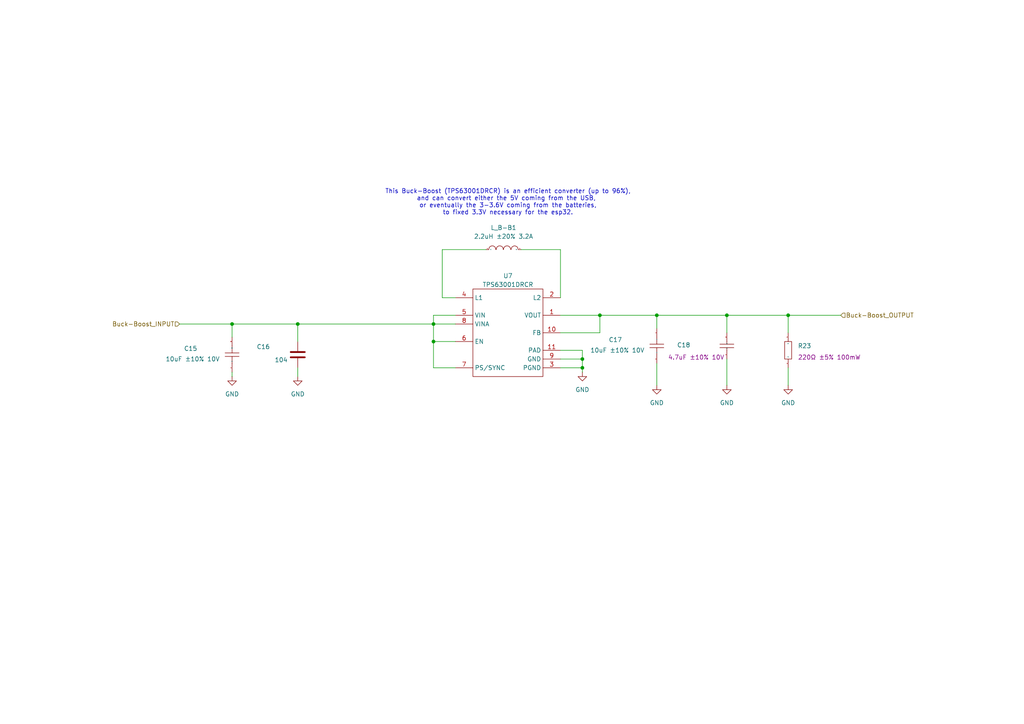
<source format=kicad_sch>
(kicad_sch (version 20250114) (generator "eeschema") (generator_version "9.0")
  (paper "A4")
  (lib_symbols
    (symbol "CL10A106KP8NNNC_1"
      (property "Reference" "C" (at 0 4.318 0))
      (symbol "CL10A106KP8NNNC_1_1_0"
        (polyline (pts (xy -0.508 0) (xy -2.54 0)))
        (polyline (pts (xy -0.508 -2.032) (xy -0.508 2.032)))
        (polyline (pts (xy 0.508 2.032) (xy 0.508 -2.032)))
        (polyline (pts (xy 2.54 0) (xy 0.508 0)))
        (pin input line (at -5.08 0 0) (length 2.54) (name "1") (number "1"))
        (pin input line (at 5.08 0 180) (length 2.54) (name "2") (number "2"))
      )
    )
    (symbol "Device:C" (pin_numbers (hide yes)) (pin_names (offset 0.254))
      (property "Reference" "C" (at 0.635 2.54 0))
      (property "Value" "C" (at 0.635 -2.54 0))
      (symbol "C_0_1"
        (polyline (pts (xy -2.032 0.762) (xy 2.032 0.762)) (stroke (width 0.508)))
        (polyline (pts (xy -2.032 -0.762) (xy 2.032 -0.762)) (stroke (width 0.508)))
      )
      (symbol "C_1_1"
        (pin passive line (at 0 3.81 270) (length 2.794) (name "~") (number "1"))
        (pin passive line (at 0 -3.81 90) (length 2.794) (name "~") (number "2"))
      )
    )
    (symbol "GND_1" (power) (pin_numbers (hide yes)) (pin_names (offset 0) (hide yes))
      (property "Value" "GND" (at 0 -3.81 0))
      (symbol "GND_1_0_1"
        (polyline (pts (xy 0 0) (xy 0 -1.27) (xy 1.27 -1.27) (xy 0 -2.54) (xy -1.27 -1.27) (xy 0 -1.27)))
      )
      (symbol "GND_1_1_1"
        (pin power_in line (at 0 0 270) (length 0) (name "~") (number "1"))
      )
    )
    (symbol "My_Personal_Symbols_Library:0603WAJ0221T5E"
      (property "Reference" "R" (at 0 2.286 0))
      (symbol "0603WAJ0221T5E_1_0"
        (rectangle (start -2.54 -1.016) (end 2.54 1.016))
        (pin input line (at -5.08 0 0) (length 2.54) (name "1") (number "1"))
        (pin input line (at 5.08 0 180) (length 2.54) (name "2") (number "2"))
      )
    )
    (symbol "My_Personal_Symbols_Library:CL10A475KP8NNNC"
      (property "Reference" "C" (at 0 3.556 0))
      (symbol "CL10A475KP8NNNC_1_0"
        (polyline (pts (xy -1.27 0) (xy -0.508 0)))
        (polyline (pts (xy -0.508 2.032) (xy -0.508 -2.032)))
        (polyline (pts (xy 0.508 2.032) (xy 0.508 -2.032)))
        (polyline (pts (xy 0.508 0) (xy 1.27 0)))
        (pin input line (at -3.81 0 0) (length 2.54) (name "1") (number "1"))
        (pin input line (at 3.81 0 180) (length 2.54) (name "2") (number "2"))
      )
    )
    (symbol "My_Personal_Symbols_Library:SWPA4018S2R2MT"
      (property "Reference" "L" (at 0.254 3.302 0))
      (symbol "SWPA4018S2R2MT_1_0"
        (polyline (pts (xy -4.2672 0) (xy -4.2164 0.4318) (xy -4.2164 0.4318) (xy -4.0132 0.7874) (xy -4.0132 0.7874) (xy -3.6576 1.016) (xy -3.6576 1.016) (xy -3.2512 1.0922) (xy -3.2512 1.0922) (xy -2.8702 1.016) (xy -2.8702 1.016) (xy -2.5146 0.7874) (xy -2.5146 0.7874) (xy -2.3114 0.4064) (xy -2.3114 0.4064) (xy -2.2606 0)))
        (polyline (pts (xy -2.1082 0) (xy -2.0828 0.4318) (xy -2.0828 0.4318) (xy -1.8542 0.7874) (xy -1.8542 0.7874) (xy -1.524 1.016) (xy -1.524 1.016) (xy -1.1176 1.0922) (xy -1.1176 1.0922) (xy -0.7112 1.016) (xy -0.7112 1.016) (xy -0.3556 0.7874) (xy -0.3556 0.7874) (xy -0.1524 0.4318) (xy -0.1524 0.4318) (xy -0.1016 0)))
        (polyline (pts (xy 0 0) (xy 0.0508 0.4318) (xy 0.0508 0.4318) (xy 0.2794 0.7874) (xy 0.2794 0.7874) (xy 0.6096 1.016) (xy 0.6096 1.016) (xy 1.016 1.0922) (xy 1.016 1.0922) (xy 1.4224 1.016) (xy 1.4224 1.016) (xy 1.7526 0.7874) (xy 1.7526 0.7874) (xy 1.9812 0.4318) (xy 1.9812 0.4318) (xy 2.032 0)))
        (polyline (pts (xy 2.2098 0) (xy 2.2606 0.4064) (xy 2.2606 0.4064) (xy 2.4638 0.762) (xy 2.4638 0.762) (xy 2.8194 0.9906) (xy 2.8194 0.9906) (xy 3.2004 1.0922) (xy 3.2004 1.0922) (xy 3.6068 0.9906) (xy 3.6068 0.9906) (xy 3.9624 0.762) (xy 3.9624 0.762) (xy 4.1656 0.4064) (xy 4.1656 0.4064) (xy 4.2164 0)))
        (pin passive line (at -5.08 0 0) (length 0.762) (name "1") (number "1"))
        (pin passive line (at 5.08 0 180) (length 0.762) (name "2") (number "2"))
      )
    )
    (symbol "My_Personal_Symbols_Library:TPS63001DRCR"
      (property "Reference" "U" (at 0 14.224 0))
      (symbol "TPS63001DRCR_1_0"
        (rectangle (start -10.16 -12.7) (end 10.16 12.7))
        (pin bidirectional line (at -15.24 10.16 0) (length 5.08) (name "L1") (number "4"))
        (pin input line (at -15.24 5.08 0) (length 5.08) (name "VIN") (number "5"))
        (pin input line (at -15.24 2.54 0) (length 5.08) (name "VINA") (number "8"))
        (pin input line (at -15.24 -2.54 0) (length 5.08) (name "EN") (number "6"))
        (pin input line (at -15.24 -10.16 0) (length 5.08) (name "PS/SYNC") (number "7"))
        (pin bidirectional line (at 15.24 10.16 180) (length 5.08) (name "L2") (number "2"))
        (pin passive line (at 15.24 5.08 180) (length 5.08) (name "VOUT") (number "1"))
        (pin passive line (at 15.24 0 180) (length 5.08) (name "FB") (number "10"))
        (pin power_in line (at 15.24 -5.08 180) (length 5.08) (name "PAD") (number "11"))
        (pin power_in line (at 15.24 -7.62 180) (length 5.08) (name "GND") (number "9"))
        (pin power_in line (at 15.24 -10.16 180) (length 5.08) (name "PGND") (number "3"))
      )
    )
  )
  (text "This Buck-Boost (TPS63001DRCR) is an efficient converter (up to 96%),\nand can convert either the 5V coming from the USB, \nor eventually the 3-3.6V coming from the batteries,\nto fixed 3.3V necessary for the esp32." (at 147.32 58.674 0) (effects (font (size 1.27 1.27))))
  (junction (at 125.73 99.06))
  (junction (at 173.99 91.44))
  (junction (at 168.91 106.68))
  (junction (at 228.6 91.44))
  (junction (at 67.31 93.98))
  (junction (at 168.91 104.14))
  (junction (at 86.36 93.98))
  (junction (at 210.82 91.44))
  (junction (at 125.73 93.98))
  (junction (at 190.5 91.44))
  (wire (pts (xy 125.73 99.06) (xy 125.73 93.98)))
  (wire (pts (xy 140.97 72.39) (xy 128.27 72.39)))
  (wire (pts (xy 210.82 104.14) (xy 210.82 111.76)))
  (wire (pts (xy 128.27 72.39) (xy 128.27 86.36)))
  (wire (pts (xy 132.08 93.98) (xy 125.73 93.98)))
  (wire (pts (xy 190.5 91.44) (xy 210.82 91.44)))
  (wire (pts (xy 162.56 96.52) (xy 173.99 96.52)))
  (wire (pts (xy 132.08 91.44) (xy 125.73 91.44)))
  (wire (pts (xy 67.31 93.98) (xy 67.31 97.79)))
  (wire (pts (xy 52.07 93.98) (xy 67.31 93.98)))
  (wire (pts (xy 228.6 91.44) (xy 243.84 91.44)))
  (wire (pts (xy 168.91 104.14) (xy 162.56 104.14)))
  (wire (pts (xy 162.56 91.44) (xy 173.99 91.44)))
  (wire (pts (xy 190.5 105.41) (xy 190.5 111.76)))
  (wire (pts (xy 125.73 91.44) (xy 125.73 93.98)))
  (wire (pts (xy 86.36 93.98) (xy 125.73 93.98)))
  (wire (pts (xy 168.91 101.6) (xy 168.91 104.14)))
  (wire (pts (xy 228.6 91.44) (xy 228.6 96.52)))
  (wire (pts (xy 162.56 72.39) (xy 151.13 72.39)))
  (wire (pts (xy 168.91 106.68) (xy 168.91 104.14)))
  (wire (pts (xy 228.6 106.68) (xy 228.6 111.76)))
  (wire (pts (xy 168.91 107.95) (xy 168.91 106.68)))
  (wire (pts (xy 162.56 101.6) (xy 168.91 101.6)))
  (wire (pts (xy 128.27 86.36) (xy 132.08 86.36)))
  (wire (pts (xy 162.56 86.36) (xy 162.56 72.39)))
  (wire (pts (xy 132.08 106.68) (xy 125.73 106.68)))
  (wire (pts (xy 86.36 106.68) (xy 86.36 109.22)))
  (wire (pts (xy 125.73 106.68) (xy 125.73 99.06)))
  (wire (pts (xy 162.56 106.68) (xy 168.91 106.68)))
  (wire (pts (xy 173.99 91.44) (xy 190.5 91.44)))
  (wire (pts (xy 86.36 93.98) (xy 86.36 99.06)))
  (wire (pts (xy 125.73 99.06) (xy 132.08 99.06)))
  (wire (pts (xy 210.82 91.44) (xy 210.82 96.52)))
  (wire (pts (xy 67.31 93.98) (xy 86.36 93.98)))
  (wire (pts (xy 173.99 96.52) (xy 173.99 91.44)))
  (wire (pts (xy 67.31 107.95) (xy 67.31 109.22)))
  (wire (pts (xy 210.82 91.44) (xy 228.6 91.44)))
  (wire (pts (xy 190.5 91.44) (xy 190.5 95.25)))
  (hierarchical_label "Buck-Boost_OUTPUT" (shape input) (at 243.84 91.44 0))
  (hierarchical_label "Buck-Boost_INPUT" (shape input) (at 52.07 93.98 180))
  (symbol (lib_name "GND_1") (lib_id "power:GND") (at 190.5 111.76 0) (unit 1)
    (property "Reference" "#PWR059" (effects (hide yes)))
    (property "Value" "GND" (at 190.5 116.84 0))
    (property "Description" "Power symbol creates a global label with name \"GND\" , ground" (effects (hide yes)))
  )
  (symbol (lib_name "GND_1") (lib_id "power:GND") (at 67.31 109.22 0) (unit 1)
    (property "Reference" "#PWR056" (effects (hide yes)))
    (property "Value" "GND" (at 67.31 114.3 0))
    (property "Description" "Power symbol creates a global label with name \"GND\" , ground" (effects (hide yes)))
  )
  (symbol (lib_name "GND_1") (lib_id "power:GND") (at 86.36 109.22 0) (unit 1)
    (property "Reference" "#PWR057" (effects (hide yes)))
    (property "Value" "GND" (at 86.36 114.3 0))
    (property "Description" "Power symbol creates a global label with name \"GND\" , ground" (effects (hide yes)))
  )
  (symbol (lib_id "My_Personal_Symbols_Library:TPS63001DRCR") (at 147.32 96.52 0) (unit 1)
    (property "Reference" "U7" (at 147.32 80.01 0))
    (property "Value" "TPS63001DRCR" (at 147.32 82.55 0))
    (property "Footprint" "Soleidon_foot:TPS74901DRCR_tps6300" (effects (hide yes)))
    (property "Datasheet" "https://www.ti.com/cn/lit/gpn/tps63001" (effects (hide yes)))
    (property "Description" "Function:Boost type Output Type:Fixed Voltage - Supply:1.8V~5.5V Voltage - Supply:1.8V~5.5V Output Voltage:3.3V Output Voltage:3.3V Output Current:- Frequency - Switching:1.5MHz Frequency - Switching:1.5MHz Operating Temperature:-40°C~+85°C@(TA) Operating T" (effects (hide yes)))
    (property "Manufacturer Part" "TPS63001DRCR" (effects (hide yes)))
    (property "Manufacturer" "TI(德州仪器)" (effects (hide yes)))
    (property "Supplier Part" "C28060" (effects (hide yes)))
    (property "Supplier" "LCSC" (effects (hide yes)))
    (property "LCSC Part Name" "高效率单电感升降压转换器" (effects (hide yes)))
  )
  (symbol (lib_id "My_Personal_Symbols_Library:0603WAJ0221T5E") (at 228.6 101.6 90) (unit 1)
    (property "Reference" "R23" (at 231.394 100.33 90) (effects (justify right)))
    (property "Value" "220Ω" (effects (hide yes)))
    (property "Footprint" "Soleidon_foot:R0603" (effects (hide yes)))
    (property "Datasheet" "https://atta.szlcsc.com/upload/public/pdf/source/20200306/C422600_1E6D84923E4A46A82E41ADD87F860B5C.pdf" (effects (hide yes)))
    (property "Description" "Type:Thick Film Resistors Resistance: Tolerance:±5% Tolerance:±5% Power(Watts): Overload Voltage (Max): Temperature Coefficient:±100ppm/°C Temperature Coefficient:±100ppm/°C Operating Temperature Range:-55°C~+155°C Operating Temperature Range:-55°C~+155°C" (effects (hide yes)))
    (property "Manufacturer Part" "0603WAJ0221T5E" (effects (hide yes)))
    (property "Manufacturer" "UNI-ROYAL(厚声)" (effects (hide yes)))
    (property "Supplier Part" "C1226" (effects (hide yes)))
    (property "Supplier" "LCSC" (effects (hide yes)))
    (property "LCSC Part Name" "220Ω ±5% 100mW" (at 240.538 103.632 90))
    (property "REF" "C1226" (effects (hide yes)))
  )
  (symbol (lib_name "CL10A106KP8NNNC_1") (lib_id "My_Personal_Symbols_Library:CL10A106KP8NNNC") (at 67.31 102.87 90) (unit 1)
    (property "Reference" "C15" (at 53.34 101.092 90) (effects (justify right)))
    (property "Value" "10uF ±10% 10V" (at 55.88 104.14 90))
    (property "Footprint" "Soleidon_foot:CL21A226MAQNNNE" (effects (hide yes)))
    (property "Datasheet" "https://atta.szlcsc.com/upload/public/pdf/source/20160218/1457707763339.pdf" (effects (hide yes)))
    (property "Description" "Capacitance: Tolerance:±10% Tolerance:±10% Voltage Rated: Temperature Coefficient:" (effects (hide yes)))
    (property "Manufacturer Part" "CL10A106KP8NNNC" (effects (hide yes)))
    (property "Manufacturer" "SAMSUNG(三星)" (effects (hide yes)))
    (property "Supplier Part" "C19702" (effects (hide yes)))
    (property "Supplier" "LCSC" (effects (hide yes)))
    (property "LCSC Part Name" "10uF ±10% 10V" (effects (hide yes)))
  )
  (symbol (lib_name "GND_1") (lib_id "power:GND") (at 168.91 107.95 0) (unit 1)
    (property "Reference" "#PWR058" (effects (hide yes)))
    (property "Value" "GND" (at 168.91 113.03 0))
    (property "Description" "Power symbol creates a global label with name \"GND\" , ground" (effects (hide yes)))
  )
  (symbol (lib_id "My_Personal_Symbols_Library:CL10A475KP8NNNC") (at 210.82 100.33 90) (unit 1)
    (property "Reference" "C18" (at 196.342 100.076 90) (effects (justify right)))
    (property "Value" "4.7uF" (effects (hide yes)))
    (property "Footprint" "Soleidon_foot:CL21A226MAQNNNE" (effects (hide yes)))
    (property "Datasheet" "https://atta.szlcsc.com/upload/public/pdf/source/20160218/1457707763339.pdf" (effects (hide yes)))
    (property "Description" "Capacitance: Tolerance:±10% Tolerance:±10% Voltage Rated: Temperature Coefficient:" (effects (hide yes)))
    (property "Manufacturer Part" "CL10A475KP8NNNC" (effects (hide yes)))
    (property "Manufacturer" "SAMSUNG(三星)" (effects (hide yes)))
    (property "Supplier Part" "C1705" (effects (hide yes)))
    (property "Supplier" "LCSC" (effects (hide yes)))
    (property "LCSC Part Name" "4.7uF ±10% 10V" (at 201.93 103.632 90))
  )
  (symbol (lib_name "GND_1") (lib_id "power:GND") (at 210.82 111.76 0) (unit 1)
    (property "Reference" "#PWR060" (effects (hide yes)))
    (property "Value" "GND" (at 210.82 116.84 0))
    (property "Description" "Power symbol creates a global label with name \"GND\" , ground" (effects (hide yes)))
  )
  (symbol (lib_name "CL10A106KP8NNNC_1") (lib_id "My_Personal_Symbols_Library:CL10A106KP8NNNC") (at 190.5 100.33 90) (unit 1)
    (property "Reference" "C17" (at 176.53 98.552 90) (effects (justify right)))
    (property "Value" "10uF ±10% 10V" (at 179.07 101.6 90))
    (property "Footprint" "Soleidon_foot:CL21A226MAQNNNE" (effects (hide yes)))
    (property "Datasheet" "https://atta.szlcsc.com/upload/public/pdf/source/20160218/1457707763339.pdf" (effects (hide yes)))
    (property "Description" "Capacitance: Tolerance:±10% Tolerance:±10% Voltage Rated: Temperature Coefficient:" (effects (hide yes)))
    (property "Manufacturer Part" "CL10A106KP8NNNC" (effects (hide yes)))
    (property "Manufacturer" "SAMSUNG(三星)" (effects (hide yes)))
    (property "Supplier Part" "C19702" (effects (hide yes)))
    (property "Supplier" "LCSC" (effects (hide yes)))
    (property "LCSC Part Name" "10uF ±10% 10V" (effects (hide yes)))
  )
  (symbol (lib_name "GND_1") (lib_id "power:GND") (at 228.6 111.76 0) (unit 1)
    (property "Reference" "#PWR061" (effects (hide yes)))
    (property "Value" "GND" (at 228.6 116.84 0))
    (property "Description" "Power symbol creates a global label with name \"GND\" , ground" (effects (hide yes)))
  )
  (symbol (lib_id "My_Personal_Symbols_Library:SWPA4018S2R2MT") (at 146.05 72.39 0) (unit 1)
    (property "Reference" "L_B-B1" (at 146.05 66.04 0))
    (property "Value" "2.2uH ±20% 3.2A" (at 146.05 68.58 0))
    (property "Footprint" "Soleidon_foot:SWPA_2_2_IND-SMD_L4.0-W4.0_SWPA4018S" (effects (hide yes)))
    (property "Datasheet" "https://atta.szlcsc.com/upload/public/pdf/source/20231024/317626D2AA2F8AB4113C1875E432E6E1.pdf" (effects (hide yes)))
    (property "Description" "Inductance: Tolerance:±20% Tolerance:±20% Rated Current: Current - Saturation(Isat):3.2A DC Resistance(DCR): Type:- Ratings:-" (effects (hide yes)))
    (property "Manufacturer Part" "SWPA4018S2R2MT" (effects (hide yes)))
    (property "Manufacturer" "Sunlord(顺络)" (effects (hide yes)))
    (property "Supplier Part" "C50543" (effects (hide yes)))
    (property "Supplier" "LCSC" (effects (hide yes)))
    (property "LCSC Part Name" "2.2uH ±20% 3.2A" (effects (hide yes)))
  )
  (symbol (lib_id "Device:C") (at 86.36 102.87 0) (unit 1)
    (property "Reference" "C16" (at 74.422 100.584 0) (effects (justify left)))
    (property "Value" "104" (at 79.629 104.394 0) (effects (justify left)))
    (property "Footprint" "Capacitor_SMD:C_0805_2012Metric_Pad1.18x1.45mm_HandSolder" (effects (hide yes)))
    (property "REF" "C49678" (effects (hide yes)))
  )
)
</source>
